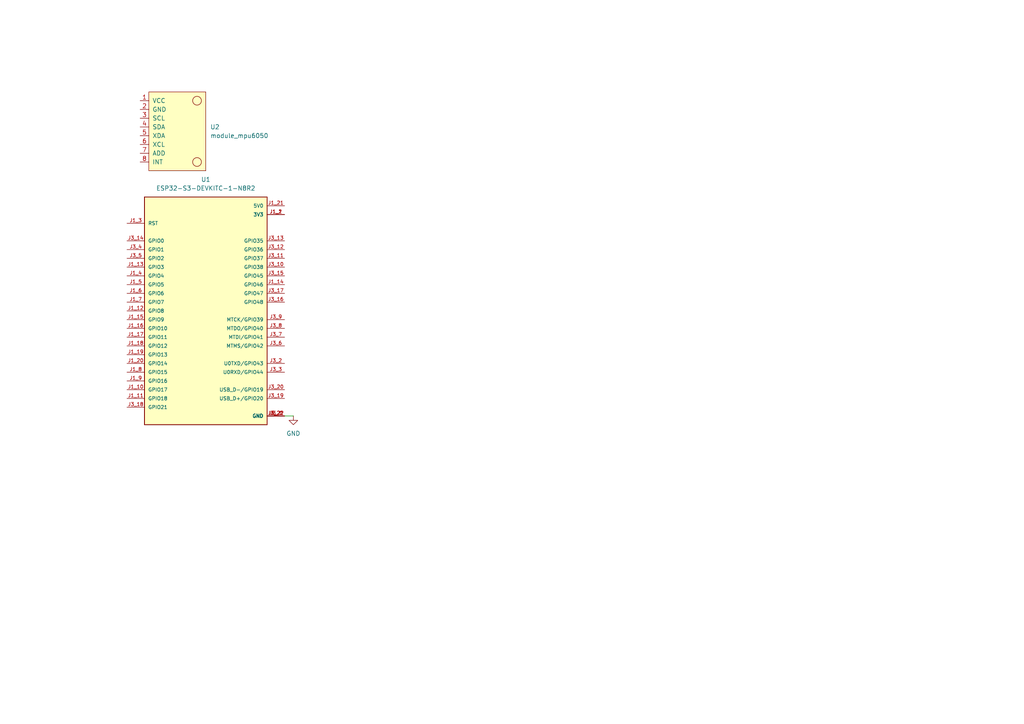
<source format=kicad_sch>
(kicad_sch (version 20231120) (generator "eeschema") (generator_version "8.0")
  (paper "A4")
  (lib_symbols
    (symbol "ESP32-S3-DEVKITC-1-N8R2:ESP32-S3-DEVKITC-1-N8R2" (pin_names (offset 1.016))
      (property "Reference" "U" (at -17.78 35.56 0))
      (property "Value" "ESP32-S3-DEVKITC-1-N8R2" (at -17.78 -35.56 0))
      (symbol "ESP32-S3-DEVKITC-1-N8R2_0_0"
        (rectangle (start -17.78 -33.02) (end 17.78 33.02) (stroke (width 0.254)) (fill (type background)))
        (pin power_in line (at 22.86 27.94 180) (length 5.08) (name "3V3") (number "J1_1"))
        (pin bidirectional line (at -22.86 -22.86 0) (length 5.08) (name "GPIO17") (number "J1_10"))
        (pin bidirectional line (at -22.86 -25.4 0) (length 5.08) (name "GPIO18") (number "J1_11"))
        (pin bidirectional line (at -22.86 0 0) (length 5.08) (name "GPIO8") (number "J1_12"))
        (pin bidirectional line (at -22.86 12.7 0) (length 5.08) (name "GPIO3") (number "J1_13"))
        (pin bidirectional line (at 22.86 7.62 180) (length 5.08) (name "GPIO46") (number "J1_14"))
        (pin bidirectional line (at -22.86 -2.54 0) (length 5.08) (name "GPIO9") (number "J1_15"))
        (pin bidirectional line (at -22.86 -5.08 0) (length 5.08) (name "GPIO10") (number "J1_16"))
        (pin bidirectional line (at -22.86 -7.62 0) (length 5.08) (name "GPIO11") (number "J1_17"))
        (pin bidirectional line (at -22.86 -10.16 0) (length 5.08) (name "GPIO12") (number "J1_18"))
        (pin bidirectional line (at -22.86 -12.7 0) (length 5.08) (name "GPIO13") (number "J1_19"))
        (pin power_in line (at 22.86 27.94 180) (length 5.08) (name "3V3") (number "J1_2"))
        (pin bidirectional line (at -22.86 -15.24 0) (length 5.08) (name "GPIO14") (number "J1_20"))
        (pin power_in line (at 22.86 30.48 180) (length 5.08) (name "5V0") (number "J1_21"))
        (pin power_in line (at 22.86 -30.48 180) (length 5.08) (name "GND") (number "J1_22"))
        (pin input line (at -22.86 25.4 0) (length 5.08) (name "RST") (number "J1_3"))
        (pin bidirectional line (at -22.86 10.16 0) (length 5.08) (name "GPIO4") (number "J1_4"))
        (pin bidirectional line (at -22.86 7.62 0) (length 5.08) (name "GPIO5") (number "J1_5"))
        (pin bidirectional line (at -22.86 5.08 0) (length 5.08) (name "GPIO6") (number "J1_6"))
        (pin bidirectional line (at -22.86 2.54 0) (length 5.08) (name "GPIO7") (number "J1_7"))
        (pin bidirectional line (at -22.86 -17.78 0) (length 5.08) (name "GPIO15") (number "J1_8"))
        (pin bidirectional line (at -22.86 -20.32 0) (length 5.08) (name "GPIO16") (number "J1_9"))
        (pin power_in line (at 22.86 -30.48 180) (length 5.08) (name "GND") (number "J3_1"))
        (pin bidirectional line (at 22.86 12.7 180) (length 5.08) (name "GPIO38") (number "J3_10"))
        (pin bidirectional line (at 22.86 15.24 180) (length 5.08) (name "GPIO37") (number "J3_11"))
        (pin bidirectional line (at 22.86 17.78 180) (length 5.08) (name "GPIO36") (number "J3_12"))
        (pin bidirectional line (at 22.86 20.32 180) (length 5.08) (name "GPIO35") (number "J3_13"))
        (pin bidirectional line (at -22.86 20.32 0) (length 5.08) (name "GPIO0") (number "J3_14"))
        (pin bidirectional line (at 22.86 10.16 180) (length 5.08) (name "GPIO45") (number "J3_15"))
        (pin bidirectional line (at 22.86 2.54 180) (length 5.08) (name "GPIO48") (number "J3_16"))
        (pin bidirectional line (at 22.86 5.08 180) (length 5.08) (name "GPIO47") (number "J3_17"))
        (pin bidirectional line (at -22.86 -27.94 0) (length 5.08) (name "GPIO21") (number "J3_18"))
        (pin bidirectional line (at 22.86 -25.4 180) (length 5.08) (name "USB_D+/GPIO20") (number "J3_19"))
        (pin bidirectional line (at 22.86 -15.24 180) (length 5.08) (name "U0TXD/GPIO43") (number "J3_2"))
        (pin bidirectional line (at 22.86 -22.86 180) (length 5.08) (name "USB_D-/GPIO19") (number "J3_20"))
        (pin power_in line (at 22.86 -30.48 180) (length 5.08) (name "GND") (number "J3_21"))
        (pin power_in line (at 22.86 -30.48 180) (length 5.08) (name "GND") (number "J3_22"))
        (pin bidirectional line (at 22.86 -17.78 180) (length 5.08) (name "U0RXD/GPIO44") (number "J3_3"))
        (pin bidirectional line (at -22.86 17.78 0) (length 5.08) (name "GPIO1") (number "J3_4"))
        (pin bidirectional line (at -22.86 15.24 0) (length 5.08) (name "GPIO2") (number "J3_5"))
        (pin bidirectional line (at 22.86 -10.16 180) (length 5.08) (name "MTMS/GPIO42") (number "J3_6"))
        (pin bidirectional line (at 22.86 -7.62 180) (length 5.08) (name "MTDI/GPIO41") (number "J3_7"))
        (pin bidirectional line (at 22.86 -5.08 180) (length 5.08) (name "MTDO/GPIO40") (number "J3_8"))
        (pin bidirectional line (at 22.86 -2.54 180) (length 5.08) (name "MTCK/GPIO39") (number "J3_9"))
      )
    )
    (symbol "power:GND" (power) (pin_numbers hide) (pin_names (offset 0) hide)
      (property "Value" "GND" (at 0 -3.81 0))
      (symbol "GND_0_1"
        (polyline (pts (xy 0 0) (xy 0 -1.27) (xy 1.27 -1.27) (xy 0 -2.54) (xy -1.27 -1.27) (xy 0 -1.27)))
      )
      (symbol "GND_1_1"
        (pin power_in line (at 0 0 270) (length 0) (name "~") (number "1"))
      )
    )
    (symbol "usini_sensors:module_mpu6050" (pin_names (offset 1.016))
      (property "Reference" "U" (at 2.54 21.59 0))
      (property "Value" "module_mpu6050" (at 11.43 -3.81 0))
      (symbol "module_mpu6050_0_1"
        (rectangle (start 2.54 20.32) (end 19.05 -2.54) (fill (type background)))
        (circle (center 16.51 0) (radius 1.27))
        (circle (center 16.51 17.78) (radius 1.27))
      )
      (symbol "module_mpu6050_1_1"
        (pin input line (at 0 17.78 0) (length 2.54) (name "VCC") (number "1"))
        (pin input line (at 0 15.24 0) (length 2.54) (name "GND") (number "2"))
        (pin input line (at 0 12.7 0) (length 2.54) (name "SCL") (number "3"))
        (pin input line (at 0 10.16 0) (length 2.54) (name "SDA") (number "4"))
        (pin input line (at 0 7.62 0) (length 2.54) (name "XDA") (number "5"))
        (pin input line (at 0 5.08 0) (length 2.54) (name "XCL") (number "6"))
        (pin input line (at 0 2.54 0) (length 2.54) (name "ADD") (number "7"))
        (pin input line (at 0 0 0) (length 2.54) (name "INT") (number "8"))
      )
    )
  )
  (wire (pts (xy 85.09 120.65) (xy 82.55 120.65)))
  (symbol (lib_id "usini_sensors:module_mpu6050") (at 40.64 46.99 0) (unit 1)
    (property "Reference" "U2" (at 60.96 36.8299 0) (effects (justify left)))
    (property "Value" "module_mpu6050" (at 60.96 39.3699 0) (effects (justify left)))
    (property "Footprint" "usini_sensors:module_mpu6050" (effects (hide yes)))
  )
  (symbol (lib_id "ESP32-S3-DEVKITC-1-N8R2:ESP32-S3-DEVKITC-1-N8R2") (at 59.69 90.17 0) (unit 1)
    (property "Reference" "U1" (at 59.69 52.07 0))
    (property "Value" "ESP32-S3-DEVKITC-1-N8R2" (at 59.69 54.61 0))
    (property "Footprint" "ESP32-S3:XCVR_ESP32-S3-DEVKITC-1-N8R2" (effects (hide yes)))
    (property "MF" "Espressif Systems" (effects (hide yes)))
    (property "Description_1" "\n                        \n                            WiFi Development Tools - 802.11 ESP32-S3 general-purpose development board, embeds ESP32-S3-WROOM-1-N8R2, with pin header\n                        \n" (effects (hide yes)))
    (property "Package" "None" (effects (hide yes)))
    (property "Price" "None" (effects (hide yes)))
    (property "Check_prices" "https://www.snapeda.com/parts/ESP32-S3-DEVKITC-1-N8R2/Espressif+Systems/view-part/?ref=eda" (effects (hide yes)))
    (property "STANDARD" "Manufacturer Recommendations" (effects (hide yes)))
    (property "PARTREV" "V1" (effects (hide yes)))
    (property "SnapEDA_Link" "https://www.snapeda.com/parts/ESP32-S3-DEVKITC-1-N8R2/Espressif+Systems/view-part/?ref=snap" (effects (hide yes)))
    (property "MP" "ESP32-S3-DEVKITC-1-N8R2" (effects (hide yes)))
    (property "Availability" "In Stock" (effects (hide yes)))
    (property "MANUFACTURER" "Espressif" (effects (hide yes)))
  )
  (symbol (lib_id "power:GND") (at 85.09 120.65 0) (unit 1)
    (property "Reference" "#PWR01" (effects (hide yes)))
    (property "Value" "GND" (at 85.09 125.73 0))
    (property "Description" "Power symbol creates a global label with name \"GND\" , ground" (effects (hide yes)))
  )
)
</source>
